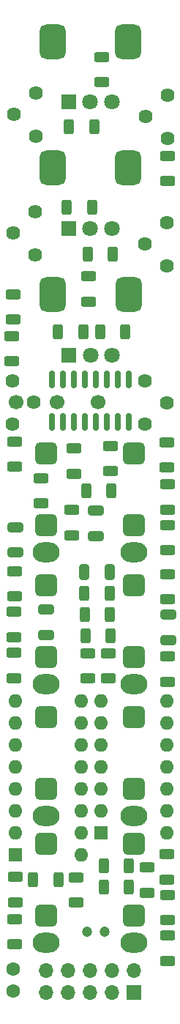
<source format=gbr>
%TF.GenerationSoftware,KiCad,Pcbnew,7.0.2*%
%TF.CreationDate,2023-06-26T10:26:31-04:00*%
%TF.ProjectId,as3340_no_mux,61733333-3430-45f6-9e6f-5f6d75782e6b,rev?*%
%TF.SameCoordinates,Original*%
%TF.FileFunction,Soldermask,Bot*%
%TF.FilePolarity,Negative*%
%FSLAX46Y46*%
G04 Gerber Fmt 4.6, Leading zero omitted, Abs format (unit mm)*
G04 Created by KiCad (PCBNEW 7.0.2) date 2023-06-26 10:26:31*
%MOMM*%
%LPD*%
G01*
G04 APERTURE LIST*
G04 Aperture macros list*
%AMRoundRect*
0 Rectangle with rounded corners*
0 $1 Rounding radius*
0 $2 $3 $4 $5 $6 $7 $8 $9 X,Y pos of 4 corners*
0 Add a 4 corners polygon primitive as box body*
4,1,4,$2,$3,$4,$5,$6,$7,$8,$9,$2,$3,0*
0 Add four circle primitives for the rounded corners*
1,1,$1+$1,$2,$3*
1,1,$1+$1,$4,$5*
1,1,$1+$1,$6,$7*
1,1,$1+$1,$8,$9*
0 Add four rect primitives between the rounded corners*
20,1,$1+$1,$2,$3,$4,$5,0*
20,1,$1+$1,$4,$5,$6,$7,0*
20,1,$1+$1,$6,$7,$8,$9,0*
20,1,$1+$1,$8,$9,$2,$3,0*%
G04 Aperture macros list end*
%ADD10O,3.100000X2.300000*%
%ADD11RoundRect,0.650000X-0.650000X-0.650000X0.650000X-0.650000X0.650000X0.650000X-0.650000X0.650000X0*%
%ADD12C,1.600000*%
%ADD13R,1.800000X1.800000*%
%ADD14C,1.800000*%
%ADD15RoundRect,0.750000X0.750000X-1.250000X0.750000X1.250000X-0.750000X1.250000X-0.750000X-1.250000X0*%
%ADD16C,1.700000*%
%ADD17RoundRect,0.250000X-0.312500X-0.625000X0.312500X-0.625000X0.312500X0.625000X-0.312500X0.625000X0*%
%ADD18RoundRect,0.250000X0.325000X0.650000X-0.325000X0.650000X-0.325000X-0.650000X0.325000X-0.650000X0*%
%ADD19C,1.620000*%
%ADD20RoundRect,0.250000X0.625000X-0.312500X0.625000X0.312500X-0.625000X0.312500X-0.625000X-0.312500X0*%
%ADD21RoundRect,0.250000X-0.625000X0.312500X-0.625000X-0.312500X0.625000X-0.312500X0.625000X0.312500X0*%
%ADD22RoundRect,0.250000X0.312500X0.625000X-0.312500X0.625000X-0.312500X-0.625000X0.312500X-0.625000X0*%
%ADD23R,1.600000X1.600000*%
%ADD24O,1.600000X1.600000*%
%ADD25RoundRect,0.150000X-0.150000X0.825000X-0.150000X-0.825000X0.150000X-0.825000X0.150000X0.825000X0*%
%ADD26RoundRect,0.250000X0.650000X-0.325000X0.650000X0.325000X-0.650000X0.325000X-0.650000X-0.325000X0*%
%ADD27R,1.700000X1.700000*%
%ADD28O,1.700000X1.700000*%
%ADD29RoundRect,0.250000X-0.650000X0.325000X-0.650000X-0.325000X0.650000X-0.325000X0.650000X0.325000X0*%
%ADD30C,1.200000*%
G04 APERTURE END LIST*
D10*
%TO.C,J15*%
X193040000Y-126290000D03*
D11*
X193040000Y-114890000D03*
X193040000Y-123190000D03*
%TD*%
D10*
%TO.C,J1*%
X182880000Y-95810000D03*
D11*
X182880000Y-84410000D03*
X182880000Y-92710000D03*
%TD*%
D10*
%TO.C,J5*%
X182880000Y-126290000D03*
D11*
X182880000Y-114890000D03*
X182880000Y-123190000D03*
%TD*%
D12*
%TO.C,D1*%
X179070000Y-146538000D03*
X179070000Y-144038000D03*
%TD*%
D10*
%TO.C,J2*%
X182880000Y-140940000D03*
D11*
X182880000Y-129540000D03*
X182880000Y-137840000D03*
%TD*%
D10*
%TO.C,J12*%
X193040000Y-95810000D03*
D11*
X193040000Y-84410000D03*
X193040000Y-92710000D03*
%TD*%
D13*
%TO.C,THONKY_FINE_CV1*%
X185500000Y-58420000D03*
D14*
X188000000Y-58420000D03*
X190500000Y-58420000D03*
D15*
X183600000Y-51420000D03*
X192400000Y-51420000D03*
%TD*%
D16*
%TO.C,SW1*%
X179450000Y-78486000D03*
X184150000Y-78486000D03*
X188850000Y-78486000D03*
%TD*%
D10*
%TO.C,J13*%
X193040000Y-111050000D03*
D11*
X193040000Y-99650000D03*
X193040000Y-107950000D03*
%TD*%
D10*
%TO.C,J4*%
X182880000Y-111050000D03*
D11*
X182880000Y-99650000D03*
X182880000Y-107950000D03*
%TD*%
D13*
%TO.C,THONKY_COURSE_CV1*%
X185500000Y-43775000D03*
D14*
X188000000Y-43775000D03*
X190500000Y-43775000D03*
D15*
X183600000Y-36775000D03*
X192400000Y-36775000D03*
%TD*%
D13*
%TO.C,THONKY_PWM1*%
X185505000Y-73040000D03*
D14*
X188005000Y-73040000D03*
X190505000Y-73040000D03*
D15*
X183605000Y-66040000D03*
X192405000Y-66040000D03*
%TD*%
D10*
%TO.C,J14*%
X193040000Y-140940000D03*
D11*
X193040000Y-129540000D03*
X193040000Y-137840000D03*
%TD*%
D17*
%TO.C,R46*%
X189545500Y-134493000D03*
X192470500Y-134493000D03*
%TD*%
D18*
%TO.C,C1*%
X190247800Y-98145600D03*
X187297800Y-98145600D03*
%TD*%
D19*
%TO.C,NOT_THOONKY_SineBiasTrim1*%
X178943000Y-80986000D03*
X181443000Y-78486000D03*
X178943000Y-75986000D03*
%TD*%
D20*
%TO.C,R60*%
X179120800Y-105653300D03*
X179120800Y-102728300D03*
%TD*%
D19*
%TO.C,NOT_THONKY_HF_TRACK1*%
X181665000Y-42712000D03*
X179165000Y-45212000D03*
X181665000Y-47712000D03*
%TD*%
D20*
%TO.C,R69*%
X196900800Y-101284500D03*
X196900800Y-98359500D03*
%TD*%
D17*
%TO.C,R6*%
X187665900Y-61366400D03*
X190590900Y-61366400D03*
%TD*%
D21*
%TO.C,R55*%
X179222400Y-83017900D03*
X179222400Y-85942900D03*
%TD*%
D17*
%TO.C,R34*%
X189139100Y-70307200D03*
X192064100Y-70307200D03*
%TD*%
D21*
%TO.C,R4*%
X196900800Y-140117100D03*
X196900800Y-143042100D03*
%TD*%
D20*
%TO.C,R58*%
X179120800Y-110377700D03*
X179120800Y-107452700D03*
%TD*%
D22*
%TO.C,R11*%
X190286100Y-103022400D03*
X187361100Y-103022400D03*
%TD*%
D21*
%TO.C,R25*%
X185826400Y-90942700D03*
X185826400Y-93867700D03*
%TD*%
%TO.C,R48*%
X179222400Y-98003900D03*
X179222400Y-100928900D03*
%TD*%
%TO.C,R37*%
X196951600Y-87996300D03*
X196951600Y-90921300D03*
%TD*%
D17*
%TO.C,R16*%
X185278300Y-55981600D03*
X188203300Y-55981600D03*
%TD*%
D23*
%TO.C,U4*%
X189230000Y-128270000D03*
D24*
X189230000Y-125730000D03*
X189230000Y-123190000D03*
X189230000Y-120650000D03*
X189230000Y-118110000D03*
X189230000Y-115570000D03*
X189230000Y-113030000D03*
X196850000Y-113030000D03*
X196850000Y-115570000D03*
X196850000Y-118110000D03*
X196850000Y-120650000D03*
X196850000Y-123190000D03*
X196850000Y-125730000D03*
X196850000Y-128270000D03*
%TD*%
D21*
%TO.C,R10*%
X196850000Y-83119500D03*
X196850000Y-86044500D03*
%TD*%
%TO.C,R20*%
X186055000Y-83820000D03*
X186055000Y-86745000D03*
%TD*%
D20*
%TO.C,R67*%
X196850000Y-133644100D03*
X196850000Y-130719100D03*
%TD*%
D25*
%TO.C,U1*%
X183515000Y-75822000D03*
X184785000Y-75822000D03*
X186055000Y-75822000D03*
X187325000Y-75822000D03*
X188595000Y-75822000D03*
X189865000Y-75822000D03*
X191135000Y-75822000D03*
X192405000Y-75822000D03*
X192405000Y-80772000D03*
X191135000Y-80772000D03*
X189865000Y-80772000D03*
X188595000Y-80772000D03*
X187325000Y-80772000D03*
X186055000Y-80772000D03*
X184785000Y-80772000D03*
X183515000Y-80772000D03*
%TD*%
D21*
%TO.C,R9*%
X186385200Y-133411500D03*
X186385200Y-136336500D03*
%TD*%
D20*
%TO.C,R26*%
X196951600Y-138368500D03*
X196951600Y-135443500D03*
%TD*%
D17*
%TO.C,R64*%
X187411900Y-105460800D03*
X190336900Y-105460800D03*
%TD*%
D21*
%TO.C,R19*%
X179222400Y-138237500D03*
X179222400Y-141162500D03*
%TD*%
%TO.C,R3*%
X190296800Y-83525900D03*
X190296800Y-86450900D03*
%TD*%
D19*
%TO.C,NOT_THINK_SineLevelTrim1*%
X194310000Y-81026000D03*
X196810000Y-78526000D03*
X194310000Y-76026000D03*
%TD*%
D21*
%TO.C,R54*%
X179070000Y-66010600D03*
X179070000Y-68935600D03*
%TD*%
D22*
%TO.C,R7*%
X190438500Y-88747600D03*
X187513500Y-88747600D03*
%TD*%
D21*
%TO.C,R2*%
X189280800Y-38567900D03*
X189280800Y-41492900D03*
%TD*%
D17*
%TO.C,R8*%
X185532300Y-46634400D03*
X188457300Y-46634400D03*
%TD*%
D19*
%TO.C,NOT_THONKY_SineShapeTrim1*%
X181610000Y-56428000D03*
X179110000Y-58928000D03*
X181610000Y-61428000D03*
%TD*%
D21*
%TO.C,R24*%
X182245000Y-87245000D03*
X182245000Y-90170000D03*
%TD*%
D26*
%TO.C,C2*%
X179324000Y-95861400D03*
X179324000Y-92911400D03*
%TD*%
D20*
%TO.C,R17*%
X194564000Y-135193500D03*
X194564000Y-132268500D03*
%TD*%
D17*
%TO.C,R12*%
X187310300Y-100584000D03*
X190235300Y-100584000D03*
%TD*%
D27*
%TO.C,J11*%
X193035000Y-146685000D03*
D28*
X193035000Y-144145000D03*
X190495000Y-146685000D03*
X190495000Y-144145000D03*
X187955000Y-146685000D03*
X187955000Y-144145000D03*
X185415000Y-146685000D03*
X185415000Y-144145000D03*
X182875000Y-146685000D03*
X182875000Y-144145000D03*
%TD*%
D29*
%TO.C,C7*%
X182880000Y-102438200D03*
X182880000Y-105388200D03*
%TD*%
D21*
%TO.C,R51*%
X178917600Y-70825900D03*
X178917600Y-73750900D03*
%TD*%
D22*
%TO.C,R36*%
X187187300Y-70307200D03*
X184262300Y-70307200D03*
%TD*%
D23*
%TO.C,U2*%
X179324000Y-130810000D03*
D24*
X179324000Y-128270000D03*
X179324000Y-125730000D03*
X179324000Y-123190000D03*
X179324000Y-120650000D03*
X179324000Y-118110000D03*
X179324000Y-115570000D03*
X179324000Y-113030000D03*
X186944000Y-113030000D03*
X186944000Y-115570000D03*
X186944000Y-118110000D03*
X186944000Y-120650000D03*
X186944000Y-123190000D03*
X186944000Y-125730000D03*
X186944000Y-128270000D03*
X186944000Y-130810000D03*
%TD*%
D17*
%TO.C,R40*%
X189545500Y-132080000D03*
X192470500Y-132080000D03*
%TD*%
D20*
%TO.C,R5*%
X196900800Y-52922900D03*
X196900800Y-49997900D03*
%TD*%
D19*
%TO.C,NOT+THINKY_CV1*%
X196905000Y-42966000D03*
X194405000Y-45466000D03*
X196905000Y-47966000D03*
%TD*%
D22*
%TO.C,R39*%
X184291700Y-133654800D03*
X181366700Y-133654800D03*
%TD*%
D21*
%TO.C,R68*%
X190093600Y-107503500D03*
X190093600Y-110428500D03*
%TD*%
%TO.C,R38*%
X179324000Y-133360700D03*
X179324000Y-136285700D03*
%TD*%
D29*
%TO.C,C9*%
X188620400Y-90981000D03*
X188620400Y-93931000D03*
%TD*%
D21*
%TO.C,R62*%
X187706000Y-107503500D03*
X187706000Y-110428500D03*
%TD*%
D19*
%TO.C,NOT_THINKY_TEMKO1*%
X196850000Y-57698000D03*
X194350000Y-60198000D03*
X196850000Y-62698000D03*
%TD*%
D29*
%TO.C,C3*%
X197002400Y-103020600D03*
X197002400Y-105970600D03*
%TD*%
D20*
%TO.C,R66*%
X196900800Y-110784100D03*
X196900800Y-107859100D03*
%TD*%
%TO.C,R1*%
X196900800Y-95594900D03*
X196900800Y-92669900D03*
%TD*%
D21*
%TO.C,R50*%
X187756800Y-63917100D03*
X187756800Y-66842100D03*
%TD*%
D30*
%TO.C,PolyStirene!C11*%
X189611000Y-139700000D03*
X187611000Y-139700000D03*
%TD*%
M02*

</source>
